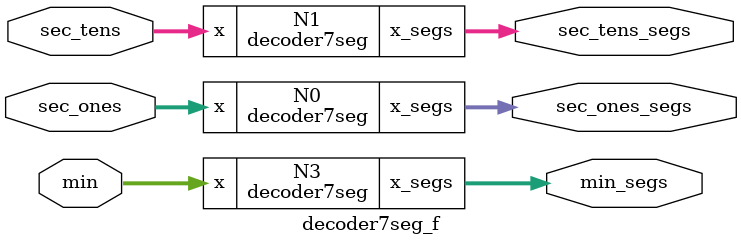
<source format=v>
module decoder7seg
    (output reg [6:0] x_segs,
     input wire [3:0] x);

    initial begin
        x_segs <= 7'b0000001; //INICIALIZAR COM 0
    end

    always @(x)
    begin
        case(x) //ATIVO EM NÍVEL BAIXO
        4'b0000 : x_segs = 7'b0000001; //0
        4'b0001 : x_segs = 7'b1001111; //1
        4'b0010 : x_segs = 7'b0010010; //2
        4'b0011 : x_segs = 7'b0000110; //3
        4'b0100 : x_segs = 7'b1001100; //4
        4'b0101 : x_segs = 7'b0100100; //5
        4'b0110 : x_segs = 7'b0100000; //6
        4'b0111 : x_segs = 7'b0001111; //7
        4'b1000 : x_segs = 7'b0000000; //8
        4'b1001 : x_segs = 7'b0000100; //9
        default : x_segs = 7'b1111111; //ENTRADA INVÁLIDA
        endcase
    end
endmodule

module decoder7seg_f
    (output wire [6:0] sec_ones_segs, sec_tens_segs, min_segs,
     input wire [3:0] sec_ones, sec_tens, min);

    decoder7seg N0(.x_segs(sec_ones_segs), .x(sec_ones));
    decoder7seg N1(.x_segs(sec_tens_segs), .x(sec_tens));
    decoder7seg N3(.x_segs(min_segs), .x(min));
endmodule
</source>
